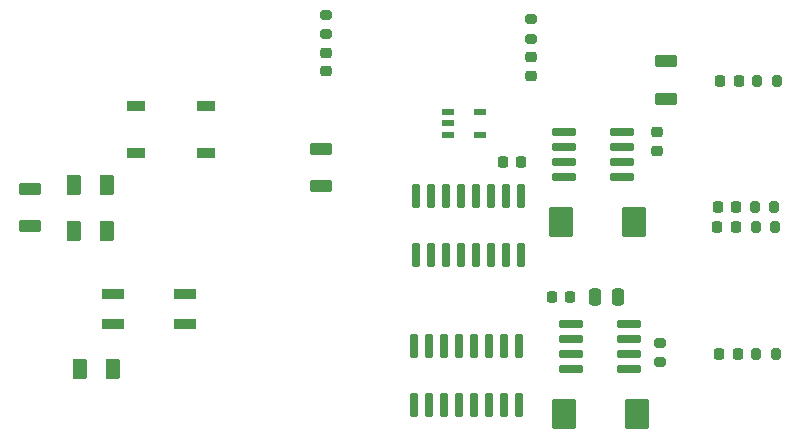
<source format=gbr>
%TF.GenerationSoftware,KiCad,Pcbnew,(6.0.9)*%
%TF.CreationDate,2022-11-12T23:53:35-05:00*%
%TF.ProjectId,CurrentSense_PS,43757272-656e-4745-9365-6e73655f5053,rev?*%
%TF.SameCoordinates,Original*%
%TF.FileFunction,Paste,Top*%
%TF.FilePolarity,Positive*%
%FSLAX46Y46*%
G04 Gerber Fmt 4.6, Leading zero omitted, Abs format (unit mm)*
G04 Created by KiCad (PCBNEW (6.0.9)) date 2022-11-12 23:53:35*
%MOMM*%
%LPD*%
G01*
G04 APERTURE LIST*
G04 Aperture macros list*
%AMRoundRect*
0 Rectangle with rounded corners*
0 $1 Rounding radius*
0 $2 $3 $4 $5 $6 $7 $8 $9 X,Y pos of 4 corners*
0 Add a 4 corners polygon primitive as box body*
4,1,4,$2,$3,$4,$5,$6,$7,$8,$9,$2,$3,0*
0 Add four circle primitives for the rounded corners*
1,1,$1+$1,$2,$3*
1,1,$1+$1,$4,$5*
1,1,$1+$1,$6,$7*
1,1,$1+$1,$8,$9*
0 Add four rect primitives between the rounded corners*
20,1,$1+$1,$2,$3,$4,$5,0*
20,1,$1+$1,$4,$5,$6,$7,0*
20,1,$1+$1,$6,$7,$8,$9,0*
20,1,$1+$1,$8,$9,$2,$3,0*%
G04 Aperture macros list end*
%ADD10RoundRect,0.218750X-0.218750X-0.256250X0.218750X-0.256250X0.218750X0.256250X-0.218750X0.256250X0*%
%ADD11RoundRect,0.200000X-0.275000X0.200000X-0.275000X-0.200000X0.275000X-0.200000X0.275000X0.200000X0*%
%ADD12RoundRect,0.250000X-0.700000X0.275000X-0.700000X-0.275000X0.700000X-0.275000X0.700000X0.275000X0*%
%ADD13RoundRect,0.200000X0.200000X0.275000X-0.200000X0.275000X-0.200000X-0.275000X0.200000X-0.275000X0*%
%ADD14R,1.003300X0.508000*%
%ADD15RoundRect,0.250000X-0.787500X-1.025000X0.787500X-1.025000X0.787500X1.025000X-0.787500X1.025000X0*%
%ADD16RoundRect,0.250000X-0.375000X-0.625000X0.375000X-0.625000X0.375000X0.625000X-0.375000X0.625000X0*%
%ADD17RoundRect,0.200000X0.275000X-0.200000X0.275000X0.200000X-0.275000X0.200000X-0.275000X-0.200000X0*%
%ADD18RoundRect,0.250000X0.787500X1.025000X-0.787500X1.025000X-0.787500X-1.025000X0.787500X-1.025000X0*%
%ADD19RoundRect,0.218750X0.218750X0.256250X-0.218750X0.256250X-0.218750X-0.256250X0.218750X-0.256250X0*%
%ADD20RoundRect,0.250000X0.250000X0.475000X-0.250000X0.475000X-0.250000X-0.475000X0.250000X-0.475000X0*%
%ADD21RoundRect,0.218750X0.256250X-0.218750X0.256250X0.218750X-0.256250X0.218750X-0.256250X-0.218750X0*%
%ADD22RoundRect,0.042000X-0.943000X-0.258000X0.943000X-0.258000X0.943000X0.258000X-0.943000X0.258000X0*%
%ADD23RoundRect,0.225000X0.225000X0.250000X-0.225000X0.250000X-0.225000X-0.250000X0.225000X-0.250000X0*%
%ADD24RoundRect,0.048800X0.256200X-0.936200X0.256200X0.936200X-0.256200X0.936200X-0.256200X-0.936200X0*%
%ADD25R,1.850000X0.850000*%
%ADD26RoundRect,0.048800X-0.256200X0.936200X-0.256200X-0.936200X0.256200X-0.936200X0.256200X0.936200X0*%
%ADD27RoundRect,0.225000X0.250000X-0.225000X0.250000X0.225000X-0.250000X0.225000X-0.250000X-0.225000X0*%
%ADD28R,1.550000X0.900000*%
G04 APERTURE END LIST*
D10*
%TO.C,D6*%
X119671500Y-92202000D03*
X121246500Y-92202000D03*
%TD*%
D11*
%TO.C,R3*%
X103759000Y-63818000D03*
X103759000Y-65468000D03*
%TD*%
D12*
%TO.C,L3*%
X61341000Y-78181000D03*
X61341000Y-81331000D03*
%TD*%
%TO.C,L1*%
X85979000Y-74803000D03*
X85979000Y-77953000D03*
%TD*%
D11*
%TO.C,R2*%
X86360000Y-63437000D03*
X86360000Y-65087000D03*
%TD*%
D13*
%TO.C,R5*%
X124523000Y-69088000D03*
X122873000Y-69088000D03*
%TD*%
D14*
%TO.C,U1*%
X96691450Y-71693999D03*
X96691450Y-72644000D03*
X96691450Y-73594001D03*
X99396550Y-73594001D03*
X99396550Y-71693999D03*
%TD*%
D13*
%TO.C,R4*%
X124332000Y-79756000D03*
X122682000Y-79756000D03*
%TD*%
D15*
%TO.C,C13*%
X106234500Y-81026000D03*
X112459500Y-81026000D03*
%TD*%
D16*
%TO.C,F1*%
X65021000Y-77851000D03*
X67821000Y-77851000D03*
%TD*%
D17*
%TO.C,R1*%
X114681000Y-92849200D03*
X114681000Y-91199200D03*
%TD*%
D18*
%TO.C,C10*%
X112713500Y-97282000D03*
X106488500Y-97282000D03*
%TD*%
D19*
%TO.C,D4*%
X121310500Y-69088000D03*
X119735500Y-69088000D03*
%TD*%
D20*
%TO.C,C8*%
X111059000Y-87376000D03*
X109159000Y-87376000D03*
%TD*%
D16*
%TO.C,F2*%
X65529000Y-93472000D03*
X68329000Y-93472000D03*
%TD*%
D21*
%TO.C,D1*%
X86360000Y-68224500D03*
X86360000Y-66649500D03*
%TD*%
D22*
%TO.C,U5*%
X106497000Y-73406000D03*
X106497000Y-74676000D03*
X106497000Y-75946000D03*
X106497000Y-77216000D03*
X111437000Y-77216000D03*
X111437000Y-75946000D03*
X111437000Y-74676000D03*
X111437000Y-73406000D03*
%TD*%
D23*
%TO.C,C9*%
X107074000Y-87376000D03*
X105524000Y-87376000D03*
%TD*%
D22*
%TO.C,U4*%
X107132000Y-89662000D03*
X107132000Y-90932000D03*
X107132000Y-92202000D03*
X107132000Y-93472000D03*
X112072000Y-93472000D03*
X112072000Y-92202000D03*
X112072000Y-90932000D03*
X112072000Y-89662000D03*
%TD*%
D24*
%TO.C,DN2*%
X93980000Y-83750000D03*
X95250000Y-83750000D03*
X96520000Y-83750000D03*
X97790000Y-83750000D03*
X99060000Y-83750000D03*
X100330000Y-83750000D03*
X101600000Y-83750000D03*
X102870000Y-83750000D03*
X102870000Y-78810000D03*
X101600000Y-78810000D03*
X100330000Y-78810000D03*
X99060000Y-78810000D03*
X97790000Y-78810000D03*
X96520000Y-78810000D03*
X95250000Y-78810000D03*
X93980000Y-78810000D03*
%TD*%
D12*
%TO.C,L2*%
X115189000Y-67386000D03*
X115189000Y-70536000D03*
%TD*%
D10*
%TO.C,D3*%
X119544500Y-79756000D03*
X121119500Y-79756000D03*
%TD*%
D25*
%TO.C,BR1*%
X74399000Y-89617112D03*
X74399000Y-87117112D03*
X68349000Y-87117112D03*
X68349000Y-89617112D03*
%TD*%
D19*
%TO.C,D5*%
X121056500Y-81407000D03*
X119481500Y-81407000D03*
%TD*%
D26*
%TO.C,DN1*%
X102743000Y-91510000D03*
X101473000Y-91510000D03*
X100203000Y-91510000D03*
X98933000Y-91510000D03*
X97663000Y-91510000D03*
X96393000Y-91510000D03*
X95123000Y-91510000D03*
X93853000Y-91510000D03*
X93853000Y-96450000D03*
X95123000Y-96450000D03*
X96393000Y-96450000D03*
X97663000Y-96450000D03*
X98933000Y-96450000D03*
X100203000Y-96450000D03*
X101473000Y-96450000D03*
X102743000Y-96450000D03*
%TD*%
D13*
%TO.C,R7*%
X124396000Y-81407000D03*
X122746000Y-81407000D03*
%TD*%
D27*
%TO.C,C11*%
X114427000Y-74943000D03*
X114427000Y-73393000D03*
%TD*%
D23*
%TO.C,C12*%
X102883000Y-75946000D03*
X101333000Y-75946000D03*
%TD*%
D13*
%TO.C,R6*%
X124459000Y-92202000D03*
X122809000Y-92202000D03*
%TD*%
D21*
%TO.C,D2*%
X103759000Y-68605500D03*
X103759000Y-67030500D03*
%TD*%
D16*
%TO.C,F3*%
X65021000Y-81788000D03*
X67821000Y-81788000D03*
%TD*%
D28*
%TO.C,IC1*%
X76254000Y-75152000D03*
X76254000Y-71152000D03*
X70304000Y-71152000D03*
X70304000Y-75152000D03*
%TD*%
M02*

</source>
